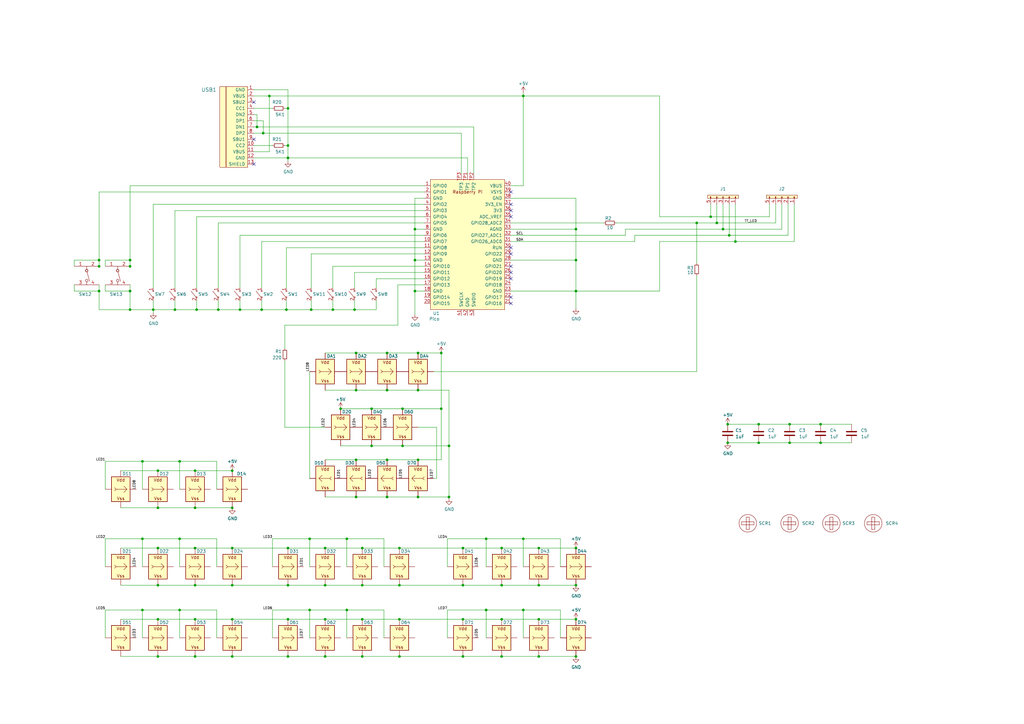
<source format=kicad_sch>
(kicad_sch (version 20211123) (generator eeschema)
  (paper "A3")
  (junction (at 220.98 240.03))
  (junction (at 127.635 127))
  (junction (at 236.22 240.03))
  (junction (at 163.83 269.24))
  (junction (at 107.95 54.61))
  (junction (at 299.085 96.52))
  (junction (at 214.63 39.37))
  (junction (at 205.74 240.03))
  (junction (at 133.35 224.79))
  (junction (at 189.865 240.03))
  (junction (at 98.425 127))
  (junction (at 184.15 203.835))
  (junction (at 146.05 160.02))
  (junction (at 205.74 269.24))
  (junction (at 148.59 269.24))
  (junction (at 58.42 220.98))
  (junction (at 118.11 240.03))
  (junction (at 285.75 91.44))
  (junction (at 53.34 119.38))
  (junction (at 40.64 106.68))
  (junction (at 80.01 269.24))
  (junction (at 64.77 254))
  (junction (at 146.05 203.835))
  (junction (at 171.45 203.835))
  (junction (at 158.75 188.595))
  (junction (at 323.85 173.99))
  (junction (at 64.77 240.03))
  (junction (at 71.755 127))
  (junction (at 298.45 181.61))
  (junction (at 163.83 254))
  (junction (at 158.75 144.78))
  (junction (at 180.975 144.78))
  (junction (at 107.315 127))
  (junction (at 80.01 224.79))
  (junction (at 139.7 167.64))
  (junction (at 323.85 181.61))
  (junction (at 199.39 220.98))
  (junction (at 171.45 188.595))
  (junction (at 158.75 160.02))
  (junction (at 95.25 224.79))
  (junction (at 148.59 254))
  (junction (at 152.4 167.64))
  (junction (at 62.865 127))
  (junction (at 170.18 119.38))
  (junction (at 133.35 240.03))
  (junction (at 110.49 39.37))
  (junction (at 142.24 250.19))
  (junction (at 117.475 127))
  (junction (at 58.42 189.23))
  (junction (at 163.83 240.03))
  (junction (at 118.11 64.77))
  (junction (at 296.545 93.98))
  (junction (at 53.34 127))
  (junction (at 236.22 269.24))
  (junction (at 133.35 254))
  (junction (at 148.59 240.03))
  (junction (at 145.415 127))
  (junction (at 298.45 173.99))
  (junction (at 80.01 240.03))
  (junction (at 189.865 269.24))
  (junction (at 127 250.19))
  (junction (at 80.01 254))
  (junction (at 73.66 220.98))
  (junction (at 118.11 254))
  (junction (at 64.77 208.28))
  (junction (at 294.005 91.44))
  (junction (at 95.25 208.28))
  (junction (at 301.625 99.06))
  (junction (at 73.66 250.19))
  (junction (at 311.15 173.99))
  (junction (at 95.25 193.04))
  (junction (at 236.22 254))
  (junction (at 89.535 127))
  (junction (at 189.865 254))
  (junction (at 199.39 250.19))
  (junction (at 133.35 269.24))
  (junction (at 95.25 240.03))
  (junction (at 220.98 254))
  (junction (at 205.74 224.79))
  (junction (at 80.645 127))
  (junction (at 165.1 182.88))
  (junction (at 152.4 182.88))
  (junction (at 189.865 224.79))
  (junction (at 336.55 173.99))
  (junction (at 142.24 220.98))
  (junction (at 148.59 224.79))
  (junction (at 118.11 59.69))
  (junction (at 170.18 106.68))
  (junction (at 95.25 269.24))
  (junction (at 80.01 208.28))
  (junction (at 163.83 224.79))
  (junction (at 53.34 109.22))
  (junction (at 64.77 193.04))
  (junction (at 40.64 109.22))
  (junction (at 118.11 44.45))
  (junction (at 205.74 254))
  (junction (at 136.525 127))
  (junction (at 165.1 167.64))
  (junction (at 158.75 203.835))
  (junction (at 146.05 188.595))
  (junction (at 73.66 189.23))
  (junction (at 80.01 193.04))
  (junction (at 40.64 119.38))
  (junction (at 180.975 167.64))
  (junction (at 311.15 181.61))
  (junction (at 170.18 93.98))
  (junction (at 336.55 181.61))
  (junction (at 214.63 220.98))
  (junction (at 146.05 144.78))
  (junction (at 214.63 250.19))
  (junction (at 58.42 250.19))
  (junction (at 291.465 88.9))
  (junction (at 220.98 269.24))
  (junction (at 64.77 224.79))
  (junction (at 118.11 269.24))
  (junction (at 171.45 144.78))
  (junction (at 53.34 106.68))
  (junction (at 236.22 106.68))
  (junction (at 220.98 224.79))
  (junction (at 236.22 93.98))
  (junction (at 127 220.98))
  (junction (at 64.77 269.24))
  (junction (at 184.15 182.88))
  (junction (at 105.41 52.07))
  (junction (at 95.25 254))
  (junction (at 171.45 160.02))
  (junction (at 236.22 224.79))
  (junction (at 236.22 119.38))
  (junction (at 118.11 224.79))
  (no_connect (at 104.14 67.31))
  (no_connect (at 104.14 41.91))
  (no_connect (at 104.14 57.15))
  (no_connect (at 209.55 101.6))
  (no_connect (at 209.55 104.14))
  (no_connect (at 209.55 109.22))
  (no_connect (at 209.55 111.76))
  (no_connect (at 209.55 114.3))
  (no_connect (at 209.55 78.74))
  (no_connect (at 209.55 83.82))
  (no_connect (at 209.55 86.36))
  (no_connect (at 209.55 88.9))
  (no_connect (at 209.55 121.92))
  (no_connect (at 209.55 124.46))
  (wire (pts (xy 336.55 173.99) (xy 349.25 173.99)))
  (wire (pts (xy 118.11 36.83) (xy 118.11 44.45)))
  (wire (pts (xy 80.01 193.04) (xy 95.25 193.04)))
  (wire (pts (xy 118.11 224.79) (xy 133.35 224.79)))
  (wire (pts (xy 98.425 127) (xy 89.535 127)))
  (wire (pts (xy 170.18 81.28) (xy 170.18 93.98)))
  (wire (pts (xy 116.84 133.35) (xy 116.84 142.875)))
  (wire (pts (xy 336.55 181.61) (xy 349.25 181.61)))
  (wire (pts (xy 95.25 269.24) (xy 118.11 269.24)))
  (wire (pts (xy 146.05 144.78) (xy 158.75 144.78)))
  (wire (pts (xy 133.35 160.02) (xy 146.05 160.02)))
  (wire (pts (xy 142.24 220.98) (xy 142.24 232.41)))
  (wire (pts (xy 142.24 250.19) (xy 142.24 261.62)))
  (wire (pts (xy 209.55 119.38) (xy 236.22 119.38)))
  (wire (pts (xy 173.99 91.44) (xy 89.535 91.44)))
  (wire (pts (xy 189.865 224.79) (xy 205.74 224.79)))
  (wire (pts (xy 98.425 123.19) (xy 98.425 127)))
  (wire (pts (xy 107.315 123.19) (xy 107.315 127)))
  (wire (pts (xy 180.975 144.78) (xy 180.975 167.64)))
  (wire (pts (xy 142.24 250.19) (xy 157.48 250.19)))
  (wire (pts (xy 53.34 119.38) (xy 53.34 127)))
  (wire (pts (xy 104.14 52.07) (xy 105.41 52.07)))
  (wire (pts (xy 95.25 224.79) (xy 118.11 224.79)))
  (wire (pts (xy 127 220.98) (xy 127 232.41)))
  (wire (pts (xy 110.49 62.23) (xy 110.49 39.37)))
  (wire (pts (xy 49.53 269.24) (xy 64.77 269.24)))
  (wire (pts (xy 260.35 96.52) (xy 260.35 99.06)))
  (wire (pts (xy 236.22 81.28) (xy 236.22 93.98)))
  (wire (pts (xy 58.42 189.23) (xy 58.42 200.66)))
  (wire (pts (xy 179.07 175.26) (xy 179.07 196.215)))
  (wire (pts (xy 111.76 250.19) (xy 111.76 261.62)))
  (wire (pts (xy 80.01 269.24) (xy 95.25 269.24)))
  (wire (pts (xy 127 250.19) (xy 127 261.62)))
  (wire (pts (xy 73.66 250.19) (xy 73.66 261.62)))
  (wire (pts (xy 180.975 167.64) (xy 180.975 188.595)))
  (wire (pts (xy 40.64 78.74) (xy 40.64 106.68)))
  (wire (pts (xy 220.98 254) (xy 236.22 254)))
  (wire (pts (xy 117.475 123.19) (xy 117.475 127)))
  (wire (pts (xy 173.99 96.52) (xy 98.425 96.52)))
  (wire (pts (xy 98.425 96.52) (xy 98.425 118.11)))
  (wire (pts (xy 30.48 106.68) (xy 40.64 106.68)))
  (wire (pts (xy 199.39 220.98) (xy 183.515 220.98)))
  (wire (pts (xy 58.42 250.19) (xy 73.66 250.19)))
  (wire (pts (xy 260.35 99.06) (xy 209.55 99.06)))
  (wire (pts (xy 252.73 91.44) (xy 285.75 91.44)))
  (wire (pts (xy 58.42 189.23) (xy 73.66 189.23)))
  (wire (pts (xy 220.98 269.24) (xy 236.22 269.24)))
  (wire (pts (xy 146.05 160.02) (xy 158.75 160.02)))
  (wire (pts (xy 49.53 254) (xy 64.77 254)))
  (wire (pts (xy 58.42 220.98) (xy 58.42 232.41)))
  (wire (pts (xy 189.23 54.61) (xy 107.95 54.61)))
  (wire (pts (xy 80.01 254) (xy 95.25 254)))
  (wire (pts (xy 171.45 203.835) (xy 184.15 203.835)))
  (wire (pts (xy 80.01 208.28) (xy 95.25 208.28)))
  (wire (pts (xy 163.83 254) (xy 189.865 254)))
  (wire (pts (xy 173.99 99.06) (xy 107.315 99.06)))
  (wire (pts (xy 291.465 88.9) (xy 270.51 88.9)))
  (wire (pts (xy 189.865 254) (xy 205.74 254)))
  (wire (pts (xy 80.01 224.79) (xy 95.25 224.79)))
  (wire (pts (xy 127 250.19) (xy 111.76 250.19)))
  (wire (pts (xy 325.755 99.06) (xy 325.755 83.82)))
  (wire (pts (xy 318.135 91.44) (xy 294.005 91.44)))
  (wire (pts (xy 171.45 160.02) (xy 184.15 160.02)))
  (wire (pts (xy 189.865 269.24) (xy 205.74 269.24)))
  (wire (pts (xy 73.66 250.19) (xy 88.9 250.19)))
  (wire (pts (xy 247.65 91.44) (xy 209.55 91.44)))
  (wire (pts (xy 49.53 208.28) (xy 64.77 208.28)))
  (wire (pts (xy 49.53 240.03) (xy 64.77 240.03)))
  (wire (pts (xy 173.99 109.22) (xy 136.525 109.22)))
  (wire (pts (xy 299.085 83.82) (xy 299.085 96.52)))
  (wire (pts (xy 170.18 93.98) (xy 170.18 106.68)))
  (wire (pts (xy 311.15 173.99) (xy 323.85 173.99)))
  (wire (pts (xy 62.865 83.82) (xy 62.865 118.11)))
  (wire (pts (xy 236.22 119.38) (xy 236.22 126.365)))
  (wire (pts (xy 173.99 78.74) (xy 40.64 78.74)))
  (wire (pts (xy 30.48 119.38) (xy 40.64 119.38)))
  (wire (pts (xy 133.35 224.79) (xy 148.59 224.79)))
  (wire (pts (xy 158.75 203.835) (xy 171.45 203.835)))
  (wire (pts (xy 171.45 144.78) (xy 180.975 144.78)))
  (wire (pts (xy 154.305 114.3) (xy 154.305 118.11)))
  (wire (pts (xy 58.42 250.19) (xy 43.18 250.19)))
  (wire (pts (xy 62.865 123.19) (xy 62.865 127)))
  (wire (pts (xy 146.05 203.835) (xy 158.75 203.835)))
  (wire (pts (xy 205.74 269.24) (xy 220.98 269.24)))
  (wire (pts (xy 315.595 88.9) (xy 291.465 88.9)))
  (wire (pts (xy 88.9 189.23) (xy 88.9 200.66)))
  (wire (pts (xy 157.48 220.98) (xy 157.48 232.41)))
  (wire (pts (xy 127.635 123.19) (xy 127.635 127)))
  (wire (pts (xy 163.83 224.79) (xy 189.865 224.79)))
  (wire (pts (xy 105.41 46.99) (xy 105.41 52.07)))
  (wire (pts (xy 30.48 109.22) (xy 30.48 106.68)))
  (wire (pts (xy 165.1 167.64) (xy 180.975 167.64)))
  (wire (pts (xy 73.66 220.98) (xy 73.66 232.41)))
  (wire (pts (xy 194.31 52.07) (xy 105.41 52.07)))
  (wire (pts (xy 171.45 188.595) (xy 180.975 188.595)))
  (wire (pts (xy 256.54 93.98) (xy 296.545 93.98)))
  (wire (pts (xy 71.755 127) (xy 62.865 127)))
  (wire (pts (xy 107.315 99.06) (xy 107.315 118.11)))
  (wire (pts (xy 165.1 182.88) (xy 184.15 182.88)))
  (wire (pts (xy 184.15 203.835) (xy 184.15 204.47)))
  (wire (pts (xy 199.39 250.19) (xy 199.39 261.62)))
  (wire (pts (xy 133.35 254) (xy 148.59 254)))
  (wire (pts (xy 80.01 240.03) (xy 95.25 240.03)))
  (wire (pts (xy 323.85 181.61) (xy 336.55 181.61)))
  (wire (pts (xy 163.83 269.24) (xy 189.865 269.24)))
  (wire (pts (xy 199.39 250.19) (xy 214.63 250.19)))
  (wire (pts (xy 296.545 93.98) (xy 320.675 93.98)))
  (wire (pts (xy 220.98 240.03) (xy 236.22 240.03)))
  (wire (pts (xy 171.45 175.26) (xy 179.07 175.26)))
  (wire (pts (xy 199.39 250.19) (xy 183.515 250.19)))
  (wire (pts (xy 104.14 64.77) (xy 118.11 64.77)))
  (wire (pts (xy 107.95 49.53) (xy 107.95 54.61)))
  (wire (pts (xy 301.625 99.06) (xy 301.625 83.82)))
  (wire (pts (xy 285.75 152.4) (xy 285.75 113.03)))
  (wire (pts (xy 40.64 109.22) (xy 40.64 109.855)))
  (wire (pts (xy 315.595 83.82) (xy 315.595 88.9)))
  (wire (pts (xy 40.64 119.38) (xy 40.64 127)))
  (wire (pts (xy 194.31 71.12) (xy 194.31 52.07)))
  (wire (pts (xy 183.515 220.98) (xy 183.515 232.41)))
  (wire (pts (xy 214.63 250.19) (xy 229.87 250.19)))
  (wire (pts (xy 58.42 220.98) (xy 73.66 220.98)))
  (wire (pts (xy 177.8 152.4) (xy 285.75 152.4)))
  (wire (pts (xy 127 220.98) (xy 142.24 220.98)))
  (wire (pts (xy 133.35 269.24) (xy 148.59 269.24)))
  (wire (pts (xy 71.755 123.19) (xy 71.755 127)))
  (wire (pts (xy 136.525 127) (xy 127.635 127)))
  (wire (pts (xy 136.525 109.22) (xy 136.525 118.11)))
  (wire (pts (xy 191.77 71.12) (xy 191.77 64.77)))
  (wire (pts (xy 173.99 88.9) (xy 80.645 88.9)))
  (wire (pts (xy 199.39 220.98) (xy 214.63 220.98)))
  (wire (pts (xy 117.475 127) (xy 107.315 127)))
  (wire (pts (xy 40.64 127) (xy 53.34 127)))
  (wire (pts (xy 173.99 83.82) (xy 62.865 83.82)))
  (wire (pts (xy 111.76 220.98) (xy 111.76 232.41)))
  (wire (pts (xy 296.545 83.82) (xy 296.545 93.98)))
  (wire (pts (xy 184.15 182.88) (xy 184.15 203.835)))
  (wire (pts (xy 199.39 220.98) (xy 199.39 232.41)))
  (wire (pts (xy 148.59 254) (xy 163.83 254)))
  (wire (pts (xy 139.7 167.64) (xy 152.4 167.64)))
  (wire (pts (xy 95.25 254) (xy 118.11 254)))
  (wire (pts (xy 205.74 254) (xy 220.98 254)))
  (wire (pts (xy 116.84 175.26) (xy 133.35 175.26)))
  (wire (pts (xy 64.77 240.03) (xy 80.01 240.03)))
  (wire (pts (xy 220.98 224.79) (xy 236.22 224.79)))
  (wire (pts (xy 133.35 188.595) (xy 146.05 188.595)))
  (wire (pts (xy 205.74 240.03) (xy 220.98 240.03)))
  (wire (pts (xy 104.14 62.23) (xy 110.49 62.23)))
  (wire (pts (xy 260.35 96.52) (xy 299.085 96.52)))
  (wire (pts (xy 110.49 39.37) (xy 214.63 39.37)))
  (wire (pts (xy 127 250.19) (xy 142.24 250.19)))
  (wire (pts (xy 183.515 250.19) (xy 183.515 261.62)))
  (wire (pts (xy 117.475 101.6) (xy 117.475 118.11)))
  (wire (pts (xy 145.415 123.19) (xy 145.415 127)))
  (wire (pts (xy 104.14 54.61) (xy 107.95 54.61)))
  (wire (pts (xy 270.51 99.06) (xy 301.625 99.06)))
  (wire (pts (xy 291.465 83.82) (xy 291.465 88.9)))
  (wire (pts (xy 158.75 144.78) (xy 171.45 144.78)))
  (wire (pts (xy 43.18 220.98) (xy 43.18 232.41)))
  (wire (pts (xy 127 220.98) (xy 111.76 220.98)))
  (wire (pts (xy 173.99 104.14) (xy 127.635 104.14)))
  (wire (pts (xy 73.66 189.23) (xy 73.66 200.66)))
  (wire (pts (xy 158.75 160.02) (xy 171.45 160.02)))
  (wire (pts (xy 173.99 86.36) (xy 71.755 86.36)))
  (wire (pts (xy 104.14 59.69) (xy 111.76 59.69)))
  (wire (pts (xy 80.645 88.9) (xy 80.645 118.11)))
  (wire (pts (xy 30.48 116.84) (xy 30.48 119.38)))
  (wire (pts (xy 229.87 220.98) (xy 229.87 232.41)))
  (wire (pts (xy 64.77 254) (xy 80.01 254)))
  (wire (pts (xy 214.63 220.98) (xy 229.87 220.98)))
  (wire (pts (xy 205.74 224.79) (xy 220.98 224.79)))
  (wire (pts (xy 118.11 269.24) (xy 133.35 269.24)))
  (wire (pts (xy 148.59 240.03) (xy 163.83 240.03)))
  (wire (pts (xy 189.23 71.12) (xy 189.23 54.61)))
  (wire (pts (xy 170.18 106.68) (xy 170.18 119.38)))
  (wire (pts (xy 116.84 147.955) (xy 116.84 175.26)))
  (wire (pts (xy 104.14 44.45) (xy 111.76 44.45)))
  (wire (pts (xy 256.54 96.52) (xy 256.54 93.98)))
  (wire (pts (xy 179.07 196.215) (xy 177.8 196.215)))
  (wire (pts (xy 49.53 193.04) (xy 64.77 193.04)))
  (wire (pts (xy 118.11 59.69) (xy 116.84 59.69)))
  (wire (pts (xy 62.865 127) (xy 62.865 128.27)))
  (wire (pts (xy 191.77 64.77) (xy 118.11 64.77)))
  (wire (pts (xy 53.34 119.38) (xy 53.34 116.84)))
  (wire (pts (xy 184.15 160.02) (xy 184.15 182.88)))
  (wire (pts (xy 89.535 127) (xy 80.645 127)))
  (wire (pts (xy 148.59 224.79) (xy 163.83 224.79)))
  (wire (pts (xy 104.14 36.83) (xy 118.11 36.83)))
  (wire (pts (xy 104.14 39.37) (xy 110.49 39.37)))
  (wire (pts (xy 323.85 173.99) (xy 336.55 173.99)))
  (wire (pts (xy 43.18 116.84) (xy 43.18 119.38)))
  (wire (pts (xy 173.99 111.76) (xy 145.415 111.76)))
  (wire (pts (xy 133.35 240.03) (xy 148.59 240.03)))
  (wire (pts (xy 127 152.4) (xy 127 196.215)))
  (wire (pts (xy 40.64 106.68) (xy 40.64 109.22)))
  (wire (pts (xy 107.315 127) (xy 98.425 127)))
  (wire (pts (xy 43.18 119.38) (xy 53.34 119.38)))
  (wire (pts (xy 53.34 106.68) (xy 53.34 109.22)))
  (wire (pts (xy 173.99 81.28) (xy 170.18 81.28)))
  (wire (pts (xy 285.75 91.44) (xy 294.005 91.44)))
  (wire (pts (xy 170.18 119.38) (xy 173.99 119.38)))
  (wire (pts (xy 320.675 93.98) (xy 320.675 83.82)))
  (wire (pts (xy 214.63 220.98) (xy 214.63 232.41)))
  (wire (pts (xy 236.22 106.68) (xy 236.22 119.38)))
  (wire (pts (xy 142.24 220.98) (xy 157.48 220.98)))
  (wire (pts (xy 270.51 99.06) (xy 270.51 119.38)))
  (wire (pts (xy 118.11 240.03) (xy 133.35 240.03)))
  (wire (pts (xy 301.625 99.06) (xy 325.755 99.06)))
  (wire (pts (xy 127.635 104.14) (xy 127.635 118.11)))
  (wire (pts (xy 88.9 220.98) (xy 88.9 232.41)))
  (wire (pts (xy 158.75 188.595) (xy 171.45 188.595)))
  (wire (pts (xy 71.755 86.36) (xy 71.755 118.11)))
  (wire (pts (xy 58.42 220.98) (xy 43.18 220.98)))
  (wire (pts (xy 53.34 76.2) (xy 53.34 106.68)))
  (wire (pts (xy 80.645 127) (xy 71.755 127)))
  (wire (pts (xy 89.535 91.44) (xy 89.535 118.11)))
  (wire (pts (xy 209.55 81.28) (xy 236.22 81.28)))
  (wire (pts (xy 154.305 127) (xy 145.415 127)))
  (wire (pts (xy 64.77 269.24) (xy 80.01 269.24)))
  (wire (pts (xy 173.99 114.3) (xy 154.305 114.3)))
  (wire (pts (xy 323.215 96.52) (xy 323.215 83.82)))
  (wire (pts (xy 209.55 106.68) (xy 236.22 106.68)))
  (wire (pts (xy 209.55 96.52) (xy 256.54 96.52)))
  (wire (pts (xy 40.64 119.38) (xy 40.64 116.84)))
  (wire (pts (xy 118.11 44.45) (xy 118.11 59.69)))
  (wire (pts (xy 163.83 240.03) (xy 189.865 240.03)))
  (wire (pts (xy 285.75 107.95) (xy 285.75 91.44)))
  (wire (pts (xy 43.18 189.23) (xy 43.18 200.66)))
  (wire (pts (xy 236.22 93.98) (xy 236.22 106.68)))
  (wire (pts (xy 43.18 109.22) (xy 43.18 106.68)))
  (wire (pts (xy 136.525 123.19) (xy 136.525 127)))
  (wire (pts (xy 118.11 64.77) (xy 118.11 66.04)))
  (wire (pts (xy 311.15 181.61) (xy 323.85 181.61)))
  (wire (pts (xy 270.51 39.37) (xy 214.63 39.37)))
  (wire (pts (xy 145.415 111.76) (xy 145.415 118.11)))
  (wire (pts (xy 173.99 101.6) (xy 117.475 101.6)))
  (wire (pts (xy 53.34 127) (xy 62.865 127)))
  (wire (pts (xy 49.53 224.79) (xy 64.77 224.79)))
  (wire (pts (xy 298.45 181.61) (xy 311.15 181.61)))
  (wire (pts (xy 53.34 109.22) (xy 53.34 109.855)))
  (wire (pts (xy 229.87 250.19) (xy 229.87 261.62)))
  (wire (pts (xy 148.59 269.24) (xy 163.83 269.24)))
  (wire (pts (xy 209.55 93.98) (xy 236.22 93.98)))
  (wire (pts (xy 163.195 116.84) (xy 163.195 133.35)))
  (wire (pts (xy 58.42 250.19) (xy 58.42 261.62)))
  (wire (pts (xy 270.51 39.37) (xy 270.51 88.9)))
  (wire (pts (xy 73.66 220.98) (xy 88.9 220.98)))
  (wire (pts (xy 270.51 119.38) (xy 236.22 119.38)))
  (wire (pts (xy 64.77 224.79) (xy 80.01 224.79)))
  (wire (pts (xy 214.63 39.37) (xy 214.63 38.1)))
  (wire (pts (xy 299.085 96.52) (xy 323.215 96.52)))
  (wire (pts (xy 139.7 182.88) (xy 152.4 182.88)))
  (wire (pts (xy 64.77 193.04) (xy 80.01 193.04)))
  (wire (pts (xy 104.14 49.53) (xy 107.95 49.53)))
  (wire (pts (xy 118.11 59.69) (xy 118.11 64.77)))
  (wire (pts (xy 318.135 83.82) (xy 318.135 91.44)))
  (wire (pts (xy 43.18 250.19) (xy 43.18 261.62)))
  (wire (pts (xy 294.005 83.82) (xy 294.005 91.44)))
  (wire (pts (xy 73.66 189.23) (xy 88.9 189.23)))
  (wire (pts (xy 214.63 250.19) (xy 214.63 261.62)))
  (wire (pts (xy 89.535 123.19) (xy 89.535 127)))
  (wire (pts (xy 43.18 106.68) (xy 53.34 106.68)))
  (wire (pts (xy 116.84 133.35) (xy 163.195 133.35)))
  (wire (pts (xy 173.99 116.84) (xy 163.195 116.84)))
  (wire (pts (xy 154.305 123.19) (xy 154.305 127)))
  (wire (pts (xy 118.11 254) (xy 133.35 254)))
  (wire (pts (xy 104.14 46.99) (xy 105.41 46.99)))
  (wire (pts (xy 170.18 93.98) (xy 173.99 93.98)))
  (wire (pts (xy 133.35 144.78) (xy 146.05 144.78)))
  (wire (pts (xy 152.4 167.64) (xy 165.1 167.64)))
  (wire (pts (xy 189.865 240.03) (xy 205.74 240.03)))
  (wire (pts (xy 118.11 44.45) (xy 116.84 44.45)))
  (wire (pts (xy 209.55 76.2) (xy 214.63 76.2)))
  (wire (pts (xy 43.18 189.23) (xy 58.42 189.23)))
  (wire (pts (xy 152.4 182.88) (xy 165.1 182.88)))
  (wire (pts (xy 95.25 240.03) (xy 118.11 240.03)))
  (wire (pts (xy 173.99 76.2) (xy 53.34 76.2)))
  (wire (pts (xy 146.05 188.595) (xy 158.75 188.595)))
  (wire (pts (xy 214.63 39.37) (xy 214.63 76.2)))
  (wire (pts (xy 170.18 119.38) (xy 170.18 128.905)))
  (wire (pts (xy 127.635 127) (xy 117.475 127)))
  (wire (pts (xy 170.18 106.68) (xy 173.99 106.68)))
  (wire (pts (xy 298.45 173.99) (xy 311.15 173.99)))
  (wire (pts (xy 145.415 127) (xy 136.525 127)))
  (wire (pts (xy 133.35 203.835) (xy 146.05 203.835)))
  (wire (pts (xy 64.77 208.28) (xy 80.01 208.28)))
  (wire (pts (xy 88.9 250.19) (xy 88.9 261.62)))
  (wire (pts (xy 80.645 123.19) (xy 80.645 127)))
  (wire (pts (xy 157.48 250.19) (xy 157.48 261.62)))
  (label "LED6" (at 158.75 175.26 90) (effects (font (size 1 1))))
  (label "LED1" (at 139.7 196.215 90) (effects (font (size 1 1))))
  (label "LED4" (at 146.05 175.26 90) (effects (font (size 1 1))))
  (label "LED2" (at 133.35 175.26 90) (effects (font (size 1 1))))
  (label "LED7" (at 183.515 250.19 180) (effects (font (size 1 1))))
  (label "LED1" (at 124.46 232.41 90) (effects (font (size 1 1))))
  (label "LED8" (at 55.88 200.66 90) (effects (font (size 1 1))))
  (label "SCL" (at 214.63 96.52 180) (effects (font (size 1 1))))
  (label "LED2" (at 43.18 220.98 180) (effects (font (size 1 1))))
  (label "LED8" (at 127 152.4 90) (effects (font (size 1 1))))
  (label "LED3" (at 55.88 261.62 90) (effects (font (size 1 1))))
  (label "LED7" (at 177.8 196.215 90) (effects (font (size 1 1))))
  (label "LED6" (at 111.76 250.19 180) (effects (font (size 1 1))))
  (label "LED6" (at 196.215 232.41 90) (effects (font (size 1 1))))
  (label "SDA" (at 214.63 99.06 180) (effects (font (size 1 1))))
  (label "LED3" (at 111.76 220.98 180) (effects (font (size 1 1))))
  (label "LED4" (at 183.515 220.98 180) (effects (font (size 1 1))))
  (label "TT_LED" (at 310.515 91.44 180) (effects (font (size 1 1))))
  (label "LED3" (at 152.4 196.215 90) (effects (font (size 1 1))))
  (label "LED7" (at 124.46 261.62 90) (effects (font (size 1 1))))
  (label "LED5" (at 43.18 250.19 180) (effects (font (size 1 1))))
  (label "LED5" (at 165.1 196.215 90) (effects (font (size 1 1))))
  (label "LED5" (at 196.215 261.62 90) (effects (font (size 1 1))))
  (label "LED4" (at 55.88 232.41 90) (effects (font (size 1 1))))
  (label "LED1" (at 43.18 189.23 180) (effects (font (size 1 1))))
  (symbol (lib_id "MCU_RaspberryPi_and_Boards:Pico") (at 191.77 100.33 0) (unit 1)
    (property "Reference" "U1" (at 180.34 128.4986 0) (effects (justify right)))
    (property "Value" "Pico" (at 180.34 130.81 0) (effects (justify right)))
    (property "Footprint" "MCU_RaspberryPi_and_Boards:RPi_Pico_SMD" (effects hide))
  )
  (symbol (lib_id "Type-C:HRO-TYPE-C-31-M-12") (at 101.6 50.8 0) (unit 1)
    (property "Reference" "USB1" (at 82.55 36.83 0) (effects (font (size 1.524 1.524)) (justify left)))
    (property "Value" "U262-161N-4BVC11" (effects hide))
    (property "Footprint" "Type-C:HRO-TYPE-C-31-M-12-Assembly" (effects hide))
    (property "LCSC" "C319148" (effects hide))
  )
  (symbol (lib_id "power:GND") (at 118.11 66.04 0) (unit 1)
    (property "Reference" "#PWR0112" (effects hide))
    (property "Value" "GND" (at 118.237 70.4342 0))
  )
  (symbol (lib_id "power:+5V") (at 214.63 38.1 0) (unit 1)
    (property "Reference" "#PWR0114" (effects hide))
    (property "Value" "+5V" (at 214.63 34.29 0))
  )
  (symbol (lib_id "Device:R_Small") (at 114.3 59.69 90) (unit 1)
    (property "Reference" "R21" (at 115.57 57.15 90) (effects (justify left)))
    (property "Value" "5K1" (at 116.84 62.23 90) (effects (justify left)))
    (property "Footprint" "Resistor_SMD:R_0603_1608Metric" (effects hide))
    (property "LCSC" "C23186" (effects hide))
  )
  (symbol (lib_id "Device:R_Small") (at 114.3 44.45 90) (unit 1)
    (property "Reference" "R20" (at 115.57 41.91 90) (effects (justify left)))
    (property "Value" "5K1" (at 116.84 46.99 90) (effects (justify left)))
    (property "Footprint" "Resistor_SMD:R_0603_1608Metric" (effects hide))
    (property "LCSC" "C23186" (effects hide))
  )
  (symbol (lib_name "WS2812B_Unified_10") (lib_id "iidx_pico:WS2812B_Unified") (at 189.865 261.62 0) (unit 1)
    (property "Reference" "D71" (at 192.405 255.27 0))
    (property "Value" "WS2812B_Unified" (effects hide))
    (property "Footprint" "iidx_pico:WS2812B-1615" (effects hide))
  )
  (symbol (lib_name "WS2812B_Unified_6") (lib_id "iidx_pico:WS2812B_Unified") (at 80.01 261.62 0) (unit 1)
    (property "Reference" "D53" (at 82.55 255.27 0))
    (property "Value" "WS2812B_Unified" (effects hide))
    (property "Footprint" "iidx_pico:WS2812B-1615" (effects hide))
  )
  (symbol (lib_name "WS2812B_Unified_6") (lib_id "iidx_pico:WS2812B_Unified") (at 236.22 261.62 0) (unit 1)
    (property "Reference" "D74" (at 238.76 255.27 0))
    (property "Value" "WS2812B_Unified" (effects hide))
    (property "Footprint" "iidx_pico:WS2812B-1615" (effects hide))
  )
  (symbol (lib_name "WS2812B_Unified_6") (lib_id "iidx_pico:WS2812B_Unified") (at 189.865 232.41 0) (unit 1)
    (property "Reference" "D41" (at 192.405 226.06 0))
    (property "Value" "WS2812B_Unified" (effects hide))
    (property "Footprint" "iidx_pico:WS2812B-1615" (effects hide))
  )
  (symbol (lib_name "WS2812B_Unified_6") (lib_id "iidx_pico:WS2812B_Unified") (at 205.74 261.62 0) (unit 1)
    (property "Reference" "D72" (at 208.28 255.27 0))
    (property "Value" "WS2812B_Unified" (effects hide))
    (property "Footprint" "iidx_pico:WS2812B-1615" (effects hide))
  )
  (symbol (lib_id "iidx_pico:Tact_4pin") (at 35.56 113.03 0) (unit 1)
    (property "Reference" "SW12" (at 34.925 120.65 0))
    (property "Value" "Tact_4pin" (effects hide))
    (property "Footprint" "iidx_pico:EVQP1K05M" (effects hide))
    (property "LCSC" "C231726" (effects hide))
  )
  (symbol (lib_name "WS2812B_Unified_6") (lib_id "iidx_pico:WS2812B_Unified") (at 64.77 200.66 0) (unit 1)
    (property "Reference" "D12" (at 67.31 194.31 0))
    (property "Value" "WS2812B_Unified" (effects hide))
    (property "Footprint" "iidx_pico:WS2812B-1615" (effects hide))
  )
  (symbol (lib_id "agg:SWITCH_SPST") (at 107.315 120.65 90) (unit 1)
    (property "Reference" "SW2" (at 107.95 120.65 90) (effects (justify right)))
    (property "Value" "SWITCH_SPST" (effects hide))
    (property "Footprint" "iidx_pico:SW_Kailh_Choc_V1V2_IIDX" (effects hide))
  )
  (symbol (lib_id "Device:C") (at 298.45 177.8 0) (unit 1)
    (property "Reference" "C1" (at 301.625 176.5299 0) (effects (justify left)))
    (property "Value" "1uF" (at 301.625 179.0699 0) (effects (justify left)))
    (property "Footprint" "Capacitor_SMD:C_0805_2012Metric" (effects hide))
  )
  (symbol (lib_id "Device:C") (at 336.55 177.8 0) (unit 1)
    (property "Reference" "C4" (at 340.36 176.5299 0) (effects (justify left)))
    (property "Value" "1uF" (at 340.36 179.0699 0) (effects (justify left)))
    (property "Footprint" "Capacitor_SMD:C_0805_2012Metric" (effects hide))
  )
  (symbol (lib_name "WS2812B_Unified_7") (lib_id "iidx_pico:WS2812B_Unified") (at 146.05 152.4 0) (unit 1)
    (property "Reference" "DA2" (at 148.59 146.05 0))
    (property "Value" "WS2812B_Unified" (effects hide))
    (property "Footprint" "iidx_pico:WS2812B-2835" (effects hide))
  )
  (symbol (lib_name "WS2812B_Unified_3") (lib_id "iidx_pico:WS2812B_Unified") (at 139.7 175.26 0) (unit 1)
    (property "Reference" "D20" (at 142.24 168.91 0))
    (property "Value" "WS2812B_Unified" (effects hide))
    (property "Footprint" "iidx_pico:WS2812B-2835" (effects hide))
  )
  (symbol (lib_name "WS2812B_Unified_8") (lib_id "iidx_pico:WS2812B_Unified") (at 133.35 152.4 0) (unit 1)
    (property "Reference" "DA1" (at 135.89 146.05 0))
    (property "Value" "WS2812B_Unified" (effects hide))
    (property "Footprint" "iidx_pico:WS2812B-2835" (effects hide))
  )
  (symbol (lib_id "power:+5V") (at 298.45 173.99 0) (unit 1)
    (property "Reference" "#PWR0113" (effects hide))
    (property "Value" "+5V" (at 298.45 170.18 0))
  )
  (symbol (lib_id "power:GND") (at 298.45 181.61 0) (unit 1)
    (property "Reference" "#PWR0116" (effects hide))
    (property "Value" "GND" (at 298.577 186.0042 0))
  )
  (symbol (lib_name "WS2812B_Unified_6") (lib_id "iidx_pico:WS2812B_Unified") (at 163.83 232.41 0) (unit 1)
    (property "Reference" "D34" (at 166.37 226.06 0))
    (property "Value" "WS2812B_Unified" (effects hide))
    (property "Footprint" "iidx_pico:WS2812B-1615" (effects hide))
  )
  (symbol (lib_id "power:GND") (at 236.22 126.365 0) (unit 1)
    (property "Reference" "#PWR0103" (effects hide))
    (property "Value" "GND" (at 236.347 130.7592 0))
  )
  (symbol (lib_name "WS2812B_Unified_6") (lib_id "iidx_pico:WS2812B_Unified") (at 133.35 196.215 0) (mirror y) (unit 1)
    (property "Reference" "D10" (at 130.81 189.865 0))
    (property "Value" "WS2812B_Unified" (effects hide))
    (property "Footprint" "iidx_pico:WS2812B-2835" (effects hide))
  )
  (symbol (lib_id "Device:R_Small") (at 250.19 91.44 90) (unit 1)
    (property "Reference" "R2" (at 250.825 89.535 90) (effects (justify left)))
    (property "Value" "10" (at 251.46 93.345 90) (effects (justify left)))
    (property "Footprint" "Resistor_SMD:R_0603_1608Metric" (effects hide))
    (property "LCSC" "C23186" (effects hide))
  )
  (symbol (lib_id "agg:CONN_01x05") (at 325.755 81.28 270) (unit 1)
    (property "Reference" "J2" (at 320.675 77.47 90))
    (property "Value" "CONN_01x05" (effects hide))
    (property "Footprint" "iidx_pico:Pogo_5P_Female" (effects hide))
  )
  (symbol (lib_id "Device:C") (at 323.85 177.8 0) (unit 1)
    (property "Reference" "C3" (at 327.66 176.5299 0) (effects (justify left)))
    (property "Value" "1uF" (at 327.66 179.0699 0) (effects (justify left)))
    (property "Footprint" "Capacitor_SMD:C_0805_2012Metric" (effects hide))
  )
  (symbol (lib_id "power:+5V") (at 139.7 167.64 0) (unit 1)
    (property "Reference" "#PWR0115" (effects hide))
    (property "Value" "+5V" (at 139.7 163.83 0))
  )
  (symbol (lib_id "power:+5V") (at 236.22 254 0) (unit 1)
    (property "Reference" "#PWR0107" (effects hide))
    (property "Value" "+5V" (at 236.22 250.19 0))
  )
  (symbol (lib_id "iidx_pico:ScrewHole") (at 323.85 214.63 0) (unit 1)
    (property "Reference" "SCR2" (at 328.93 214.6299 0) (effects (justify left)))
    (property "Value" "ScrewHole" (effects hide))
    (property "Footprint" "iidx_pico:MountingHole_3.2mm_M3" (effects hide))
  )
  (symbol (lib_name "WS2812B_Unified_6") (lib_id "iidx_pico:WS2812B_Unified") (at 236.22 232.41 0) (unit 1)
    (property "Reference" "D44" (at 238.76 226.06 0))
    (property "Value" "WS2812B_Unified" (effects hide))
    (property "Footprint" "iidx_pico:WS2812B-1615" (effects hide))
  )
  (symbol (lib_name "WS2812B_Unified_6") (lib_id "iidx_pico:WS2812B_Unified") (at 148.59 261.62 0) (unit 1)
    (property "Reference" "D63" (at 151.13 255.27 0))
    (property "Value" "WS2812B_Unified" (effects hide))
    (property "Footprint" "iidx_pico:WS2812B-1615" (effects hide))
  )
  (symbol (lib_id "agg:SWITCH_SPST") (at 80.645 120.65 90) (unit 1)
    (property "Reference" "SW5" (at 81.28 120.65 90) (effects (justify right)))
    (property "Value" "SWITCH_SPST" (effects hide))
    (property "Footprint" "iidx_pico:SW_Kailh_Choc_V1V2_IIDX" (effects hide))
  )
  (symbol (lib_name "WS2812B_Unified_6") (lib_id "iidx_pico:WS2812B_Unified") (at 64.77 261.62 0) (unit 1)
    (property "Reference" "D52" (at 67.31 255.27 0))
    (property "Value" "WS2812B_Unified" (effects hide))
    (property "Footprint" "iidx_pico:WS2812B-1615" (effects hide))
  )
  (symbol (lib_id "iidx_pico:WS2812B_Unified") (at 158.75 152.4 0) (unit 1)
    (property "Reference" "DA3" (at 161.29 146.05 0))
    (property "Value" "WS2812B_Unified" (effects hide))
    (property "Footprint" "iidx_pico:WS2812B-2835" (effects hide))
  )
  (symbol (lib_id "Device:R_Small") (at 116.84 145.415 180) (unit 1)
    (property "Reference" "R1" (at 115.57 144.145 0) (effects (justify left)))
    (property "Value" "220" (at 115.57 146.685 0) (effects (justify left)))
    (property "Footprint" "Resistor_SMD:R_0603_1608Metric" (effects hide))
    (property "LCSC" "C23186" (effects hide))
  )
  (symbol (lib_id "power:GND") (at 236.22 240.03 0) (unit 1)
    (property "Reference" "#PWR0109" (effects hide))
    (property "Value" "GND" (at 236.347 244.4242 0))
  )
  (symbol (lib_id "power:+5V") (at 236.22 224.79 0) (unit 1)
    (property "Reference" "#PWR0110" (effects hide))
    (property "Value" "+5V" (at 236.22 220.98 0))
  )
  (symbol (lib_id "Device:C") (at 311.15 177.8 0) (unit 1)
    (property "Reference" "C2" (at 314.96 176.5299 0) (effects (justify left)))
    (property "Value" "1uF" (at 314.96 179.0699 0) (effects (justify left)))
    (property "Footprint" "Capacitor_SMD:C_0805_2012Metric" (effects hide))
  )
  (symbol (lib_name "WS2812B_Unified_9") (lib_id "iidx_pico:WS2812B_Unified") (at 165.1 175.26 0) (unit 1)
    (property "Reference" "D60" (at 167.64 168.91 0))
    (property "Value" "WS2812B_Unified" (effects hide))
    (property "Footprint" "iidx_pico:WS2812B-2835" (effects hide))
  )
  (symbol (lib_id "agg:SWITCH_SPST") (at 154.305 120.65 90) (unit 1)
    (property "Reference" "SW8" (at 154.94 120.65 90) (effects (justify right)))
    (property "Value" "SWITCH_SPST" (effects hide))
    (property "Footprint" "iidx_pico:SW_Kailh_Choc_V1V2_1.00u_LED" (effects hide))
  )
  (symbol (lib_name "WS2812B_Unified_6") (lib_id "iidx_pico:WS2812B_Unified") (at 133.35 261.62 0) (unit 1)
    (property "Reference" "D62" (at 135.89 255.27 0))
    (property "Value" "WS2812B_Unified" (effects hide))
    (property "Footprint" "iidx_pico:WS2812B-1615" (effects hide))
  )
  (symbol (lib_name "WS2812B_Unified_6") (lib_id "iidx_pico:WS2812B_Unified") (at 80.01 200.66 0) (unit 1)
    (property "Reference" "D13" (at 82.55 194.31 0))
    (property "Value" "WS2812B_Unified" (effects hide))
    (property "Footprint" "iidx_pico:WS2812B-1615" (effects hide))
  )
  (symbol (lib_name "WS2812B_Unified_6") (lib_id "iidx_pico:WS2812B_Unified") (at 95.25 232.41 0) (unit 1)
    (property "Reference" "D24" (at 97.79 226.06 0))
    (property "Value" "WS2812B_Unified" (effects hide))
    (property "Footprint" "iidx_pico:WS2812B-1615" (effects hide))
  )
  (symbol (lib_id "power:GND") (at 95.25 208.28 0) (unit 1)
    (property "Reference" "#PWR0106" (effects hide))
    (property "Value" "GND" (at 95.377 212.6742 0))
  )
  (symbol (lib_id "Device:R_Small") (at 285.75 110.49 180) (unit 1)
    (property "Reference" "R3" (at 284.48 109.855 0) (effects (justify left)))
    (property "Value" "10" (at 284.48 111.76 0) (effects (justify left)))
    (property "Footprint" "Resistor_SMD:R_0603_1608Metric" (effects hide))
    (property "LCSC" "C23186" (effects hide))
  )
  (symbol (lib_name "WS2812B_Unified_6") (lib_id "iidx_pico:WS2812B_Unified") (at 49.53 200.66 0) (unit 1)
    (property "Reference" "D11" (at 52.07 194.31 0))
    (property "Value" "WS2812B_Unified" (effects hide))
    (property "Footprint" "iidx_pico:WS2812B-1615" (effects hide))
  )
  (symbol (lib_id "iidx_pico:Tact_4pin") (at 48.26 113.03 0) (unit 1)
    (property "Reference" "SW13" (at 47.625 120.65 0))
    (property "Value" "Tact_4pin" (effects hide))
    (property "Footprint" "iidx_pico:EVQP1K05M" (effects hide))
    (property "LCSC" "C231726" (effects hide))
  )
  (symbol (lib_id "agg:SWITCH_SPST") (at 145.415 120.65 90) (unit 1)
    (property "Reference" "SW9" (at 146.05 120.65 90) (effects (justify right)))
    (property "Value" "SWITCH_SPST" (effects hide))
    (property "Footprint" "iidx_pico:SW_Kailh_Choc_V1V2_1.00u_LED" (effects hide))
  )
  (symbol (lib_id "power:GND") (at 236.22 269.24 0) (unit 1)
    (property "Reference" "#PWR0108" (effects hide))
    (property "Value" "GND" (at 236.347 273.6342 0))
  )
  (symbol (lib_name "WS2812B_Unified_5") (lib_id "iidx_pico:WS2812B_Unified") (at 158.75 196.215 0) (mirror y) (unit 1)
    (property "Reference" "D50" (at 156.21 189.865 0))
    (property "Value" "WS2812B_Unified" (effects hide))
    (property "Footprint" "iidx_pico:WS2812B-2835" (effects hide))
  )
  (symbol (lib_id "power:GND") (at 184.15 204.47 0) (unit 1)
    (property "Reference" "#PWR0104" (effects hide))
    (property "Value" "GND" (at 184.277 208.8642 0))
  )
  (symbol (lib_id "Device:C") (at 349.25 177.8 0) (unit 1)
    (property "Reference" "C5" (at 353.06 176.5299 0) (effects (justify left)))
    (property "Value" "1uF" (at 353.06 179.0699 0) (effects (justify left)))
    (property "Footprint" "Capacitor_SMD:C_0805_2012Metric" (effects hide))
  )
  (symbol (lib_name "WS2812B_Unified_4") (lib_id "iidx_pico:WS2812B_Unified") (at 146.05 196.215 0) (mirror y) (unit 1)
    (property "Reference" "D30" (at 143.51 189.865 0))
    (property "Value" "WS2812B_Unified" (effects hide))
    (property "Footprint" "iidx_pico:WS2812B-2835" (effects hide))
  )
  (symbol (lib_id "iidx_pico:WS2812B_Unified") (at 171.45 152.4 0) (unit 1)
    (property "Reference" "DA4" (at 173.99 146.05 0))
    (property "Value" "WS2812B_Unified" (effects hide))
    (property "Footprint" "iidx_pico:WS2812B-2835" (effects hide))
  )
  (symbol (lib_id "agg:SWITCH_SPST") (at 136.525 120.65 90) (unit 1)
    (property "Reference" "SW10" (at 137.16 120.65 90) (effects (justify right)))
    (property "Value" "SWITCH_SPST" (effects hide))
    (property "Footprint" "iidx_pico:SW_Kailh_Choc_V1V2_1.00u_LED" (effects hide))
  )
  (symbol (lib_id "power:+5V") (at 180.975 144.78 0) (unit 1)
    (property "Reference" "#PWR0102" (effects hide))
    (property "Value" "+5V" (at 180.975 140.97 0))
  )
  (symbol (lib_name "WS2812B_Unified_6") (lib_id "iidx_pico:WS2812B_Unified") (at 220.98 232.41 0) (unit 1)
    (property "Reference" "D43" (at 223.52 226.06 0))
    (property "Value" "WS2812B_Unified" (effects hide))
    (property "Footprint" "iidx_pico:WS2812B-1615" (effects hide))
  )
  (symbol (lib_id "agg:SWITCH_SPST") (at 89.535 120.65 90) (unit 1)
    (property "Reference" "SW4" (at 90.17 120.65 90) (effects (justify right)))
    (property "Value" "SWITCH_SPST" (effects hide))
    (property "Footprint" "iidx_pico:SW_Kailh_Choc_V1V2_IIDX" (effects hide))
  )
  (symbol (lib_id "iidx_pico:ScrewHole") (at 358.14 214.63 0) (unit 1)
    (property "Reference" "SCR4" (at 363.22 214.6299 0) (effects (justify left)))
    (property "Value" "ScrewHole" (effects hide))
    (property "Footprint" "iidx_pico:MountingHole_3.2mm_M3" (effects hide))
  )
  (symbol (lib_id "power:GND") (at 62.865 128.27 0) (unit 1)
    (property "Reference" "#PWR0101" (effects hide))
    (property "Value" "GND" (at 62.992 132.6642 0))
  )
  (symbol (lib_name "WS2812B_Unified_6") (lib_id "iidx_pico:WS2812B_Unified") (at 205.74 232.41 0) (unit 1)
    (property "Reference" "D42" (at 208.28 226.06 0))
    (property "Value" "WS2812B_Unified" (effects hide))
    (property "Footprint" "iidx_pico:WS2812B-1615" (effects hide))
  )
  (symbol (lib_name "WS2812B_Unified_6") (lib_id "iidx_pico:WS2812B_Unified") (at 118.11 232.41 0) (unit 1)
    (property "Reference" "D31" (at 120.65 226.06 0))
    (property "Value" "WS2812B_Unified" (effects hide))
    (property "Footprint" "iidx_pico:WS2812B-1615" (effects hide))
  )
  (symbol (lib_name "WS2812B_Unified_6") (lib_id "iidx_pico:WS2812B_Unified") (at 163.83 261.62 0) (unit 1)
    (property "Reference" "D64" (at 166.37 255.27 0))
    (property "Value" "WS2812B_Unified" (effects hide))
    (property "Footprint" "iidx_pico:WS2812B-1615" (effects hide))
  )
  (symbol (lib_name "WS2812B_Unified_10") (lib_id "iidx_pico:WS2812B_Unified") (at 171.45 196.215 0) (mirror y) (unit 1)
    (property "Reference" "D70" (at 168.91 189.865 0))
    (property "Value" "WS2812B_Unified" (effects hide))
    (property "Footprint" "iidx_pico:WS2812B-2835" (effects hide))
  )
  (symbol (lib_id "iidx_pico:ScrewHole") (at 306.705 214.63 0) (unit 1)
    (property "Reference" "SCR1" (at 311.15 214.6299 0) (effects (justify left)))
    (property "Value" "ScrewHole" (effects hide))
    (property "Footprint" "iidx_pico:MountingHole_3.2mm_M3" (effects hide))
  )
  (symbol (lib_name "WS2812B_Unified_9") (lib_id "iidx_pico:WS2812B_Unified") (at 118.11 261.62 0) (unit 1)
    (property "Reference" "D61" (at 120.65 255.27 0))
    (property "Value" "WS2812B_Unified" (effects hide))
    (property "Footprint" "iidx_pico:WS2812B-1615" (effects hide))
  )
  (symbol (lib_name "WS2812B_Unified_6") (lib_id "iidx_pico:WS2812B_Unified") (at 49.53 232.41 0) (unit 1)
    (property "Reference" "D21" (at 52.07 226.06 0))
    (property "Value" "WS2812B_Unified" (effects hide))
    (property "Footprint" "iidx_pico:WS2812B-1615" (effects hide))
  )
  (symbol (lib_id "agg:SWITCH_SPST") (at 117.475 120.65 90) (unit 1)
    (property "Reference" "SW1" (at 118.11 120.65 90) (effects (justify right)))
    (property "Value" "SWITCH_SPST" (effects hide))
    (property "Footprint" "iidx_pico:SW_Kailh_Choc_V1V2_IIDX" (effects hide))
  )
  (symbol (lib_name "WS2812B_Unified_6") (lib_id "iidx_pico:WS2812B_Unified") (at 95.25 261.62 0) (unit 1)
    (property "Reference" "D54" (at 97.79 255.27 0))
    (property "Value" "WS2812B_Unified" (effects hide))
    (property "Footprint" "iidx_pico:WS2812B-1615" (effects hide))
  )
  (symbol (lib_id "iidx_pico:ScrewHole") (at 340.995 214.63 0) (unit 1)
    (property "Reference" "SCR3" (at 345.44 214.6299 0) (effects (justify left)))
    (property "Value" "ScrewHole" (effects hide))
    (property "Footprint" "iidx_pico:MountingHole_3.2mm_M3" (effects hide))
  )
  (symbol (lib_id "agg:SWITCH_SPST") (at 62.865 120.65 90) (unit 1)
    (property "Reference" "SW7" (at 63.5 120.65 90) (effects (justify right)))
    (property "Value" "SWITCH_SPST" (effects hide))
    (property "Footprint" "iidx_pico:SW_Kailh_Choc_V1V2_IIDX" (effects hide))
  )
  (symbol (lib_id "agg:SWITCH_SPST") (at 127.635 120.65 90) (unit 1)
    (property "Reference" "SW11" (at 128.27 120.65 90) (effects (justify right)))
    (property "Value" "SWITCH_SPST" (effects hide))
    (property "Footprint" "iidx_pico:SW_Kailh_Choc_V1V2_1.00u_LED" (effects hide))
  )
  (symbol (lib_name "WS2812B_Unified_5") (lib_id "iidx_pico:WS2812B_Unified") (at 49.53 261.62 0) (unit 1)
    (property "Reference" "D51" (at 52.07 255.27 0))
    (property "Value" "WS2812B_Unified" (effects hide))
    (property "Footprint" "iidx_pico:WS2812B-1615" (effects hide))
  )
  (symbol (lib_name "WS2812B_Unified_6") (lib_id "iidx_pico:WS2812B_Unified") (at 95.25 200.66 0) (unit 1)
    (property "Reference" "D14" (at 99.06 194.31 0))
    (property "Value" "WS2812B_Unified" (effects hide))
    (property "Footprint" "iidx_pico:WS2812B-1615" (effects hide))
  )
  (symbol (lib_name "WS2812B_Unified_6") (lib_id "iidx_pico:WS2812B_Unified") (at 64.77 232.41 0) (unit 1)
    (property "Reference" "D22" (at 67.31 226.06 0))
    (property "Value" "WS2812B_Unified" (effects hide))
    (property "Footprint" "iidx_pico:WS2812B-1615" (effects hide))
  )
  (symbol (lib_name "WS2812B_Unified_2") (lib_id "iidx_pico:WS2812B_Unified") (at 152.4 175.26 0) (unit 1)
    (property "Reference" "D40" (at 154.94 168.91 0))
    (property "Value" "WS2812B_Unified" (effects hide))
    (property "Footprint" "iidx_pico:WS2812B-2835" (effects hide))
  )
  (symbol (lib_id "agg:SWITCH_SPST") (at 98.425 120.65 90) (unit 1)
    (property "Reference" "SW3" (at 99.06 120.65 90) (effects (justify right)))
    (property "Value" "SWITCH_SPST" (effects hide))
    (property "Footprint" "iidx_pico:SW_Kailh_Choc_V1V2_IIDX" (effects hide))
  )
  (symbol (lib_id "power:GND") (at 170.18 128.905 0) (unit 1)
    (property "Reference" "#PWR0111" (effects hide))
    (property "Value" "GND" (at 170.307 133.2992 0))
  )
  (symbol (lib_id "agg:SWITCH_SPST") (at 71.755 120.65 90) (unit 1)
    (property "Reference" "SW6" (at 72.39 120.65 90) (effects (justify right)))
    (property "Value" "SWITCH_SPST" (effects hide))
    (property "Footprint" "iidx_pico:SW_Kailh_Choc_V1V2_IIDX" (effects hide))
  )
  (symbol (lib_name "WS2812B_Unified_6") (lib_id "iidx_pico:WS2812B_Unified") (at 148.59 232.41 0) (unit 1)
    (property "Reference" "D33" (at 151.13 226.06 0))
    (property "Value" "WS2812B_Unified" (effects hide))
    (property "Footprint" "iidx_pico:WS2812B-1615" (effects hide))
  )
  (symbol (lib_id "agg:CONN_01x05") (at 301.625 81.28 270) (unit 1)
    (property "Reference" "J1" (at 296.545 77.47 90))
    (property "Value" "CONN_01x05" (effects hide))
    (property "Footprint" "iidx_pico:Pogo_5P_Female" (effects hide))
  )
  (symbol (lib_name "WS2812B_Unified_6") (lib_id "iidx_pico:WS2812B_Unified") (at 133.35 232.41 0) (unit 1)
    (property "Reference" "D32" (at 135.89 226.06 0))
    (property "Value" "WS2812B_Unified" (effects hide))
    (property "Footprint" "iidx_pico:WS2812B-1615" (effects hide))
  )
  (symbol (lib_name "WS2812B_Unified_6") (lib_id "iidx_pico:WS2812B_Unified") (at 80.01 232.41 0) (unit 1)
    (property "Reference" "D23" (at 82.55 226.06 0))
    (property "Value" "WS2812B_Unified" (effects hide))
    (property "Footprint" "iidx_pico:WS2812B-1615" (effects hide))
  )
  (symbol (lib_id "power:+5V") (at 95.25 193.04 0) (unit 1)
    (property "Reference" "#PWR0105" (effects hide))
    (property "Value" "+5V" (at 95.25 189.23 0))
  )
  (symbol (lib_name "WS2812B_Unified_6") (lib_id "iidx_pico:WS2812B_Unified") (at 220.98 261.62 0) (unit 1)
    (property "Reference" "D73" (at 223.52 255.27 0))
    (property "Value" "WS2812B_Unified" (effects hide))
    (property "Footprint" "iidx_pico:WS2812B-1615" (effects hide))
  )
)
</source>
